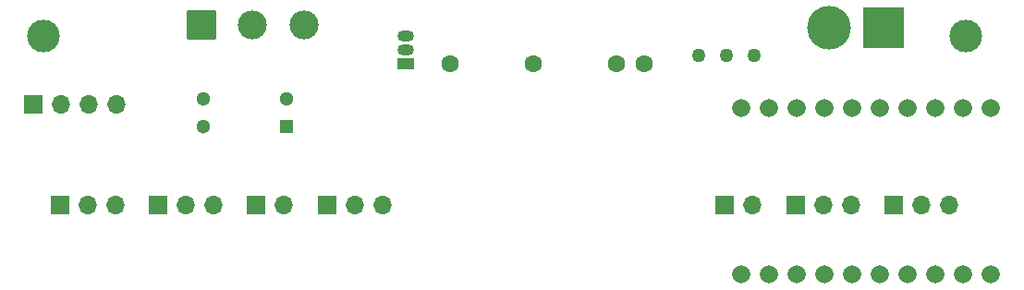
<source format=gbs>
G04 #@! TF.GenerationSoftware,KiCad,Pcbnew,8.0.3*
G04 #@! TF.CreationDate,2025-05-14T17:31:42-04:00*
G04 #@! TF.ProjectId,Sp-I,53702d49-2e6b-4696-9361-645f70636258,rev?*
G04 #@! TF.SameCoordinates,Original*
G04 #@! TF.FileFunction,Soldermask,Bot*
G04 #@! TF.FilePolarity,Negative*
%FSLAX46Y46*%
G04 Gerber Fmt 4.6, Leading zero omitted, Abs format (unit mm)*
G04 Created by KiCad (PCBNEW 8.0.3) date 2025-05-14 17:31:42*
%MOMM*%
%LPD*%
G01*
G04 APERTURE LIST*
G04 Aperture macros list*
%AMRoundRect*
0 Rectangle with rounded corners*
0 $1 Rounding radius*
0 $2 $3 $4 $5 $6 $7 $8 $9 X,Y pos of 4 corners*
0 Add a 4 corners polygon primitive as box body*
4,1,4,$2,$3,$4,$5,$6,$7,$8,$9,$2,$3,0*
0 Add four circle primitives for the rounded corners*
1,1,$1+$1,$2,$3*
1,1,$1+$1,$4,$5*
1,1,$1+$1,$6,$7*
1,1,$1+$1,$8,$9*
0 Add four rect primitives between the rounded corners*
20,1,$1+$1,$2,$3,$4,$5,0*
20,1,$1+$1,$4,$5,$6,$7,0*
20,1,$1+$1,$6,$7,$8,$9,0*
20,1,$1+$1,$8,$9,$2,$3,0*%
G04 Aperture macros list end*
%ADD10C,1.270000*%
%ADD11C,3.000000*%
%ADD12R,1.700000X1.700000*%
%ADD13O,1.700000X1.700000*%
%ADD14C,1.665000*%
%ADD15R,1.300000X1.300000*%
%ADD16C,1.300000*%
%ADD17RoundRect,0.102000X1.225000X-1.225000X1.225000X1.225000X-1.225000X1.225000X-1.225000X-1.225000X0*%
%ADD18C,2.654000*%
%ADD19O,1.500000X1.050000*%
%ADD20R,1.500000X1.050000*%
%ADD21C,1.600200*%
%ADD22C,4.000000*%
%ADD23R,3.800000X3.800000*%
G04 APERTURE END LIST*
D10*
X170394900Y-127028000D03*
X167854900Y-127028000D03*
X165314900Y-127028000D03*
D11*
X189750000Y-125250000D03*
X105250000Y-125250000D03*
D12*
X131250000Y-140750000D03*
D13*
X133790000Y-140750000D03*
X136330000Y-140750000D03*
D12*
X124750000Y-140725000D03*
D13*
X127290000Y-140725000D03*
D12*
X167710000Y-140725000D03*
D13*
X170250000Y-140725000D03*
X188290000Y-140750000D03*
X185750000Y-140750000D03*
D12*
X183210000Y-140750000D03*
D13*
X179250000Y-140750000D03*
X176710000Y-140750000D03*
D12*
X174170000Y-140750000D03*
X115750000Y-140750000D03*
D13*
X118290000Y-140750000D03*
X120830000Y-140750000D03*
D14*
X192040000Y-131800000D03*
X189500000Y-147040000D03*
X189500000Y-131800000D03*
X192040000Y-147040000D03*
X186960000Y-147040000D03*
X184420000Y-147040000D03*
X181880000Y-147040000D03*
X179340000Y-147040000D03*
X176800000Y-147040000D03*
X174260000Y-147040000D03*
X171720000Y-147040000D03*
X169180000Y-147040000D03*
X169180000Y-131800000D03*
X171720000Y-131800000D03*
X174260000Y-131800000D03*
X176800000Y-131800000D03*
X179340000Y-131800000D03*
X181880000Y-131800000D03*
X184420000Y-131800000D03*
X186960000Y-131800000D03*
D15*
X127560000Y-133520000D03*
D16*
X127560000Y-130980000D03*
X119940000Y-130980000D03*
X119940000Y-133520000D03*
D17*
X119750000Y-124250000D03*
D18*
X124450000Y-124250000D03*
X129150000Y-124250000D03*
D19*
X138500000Y-125250000D03*
X138500000Y-126520000D03*
D20*
X138500000Y-127790000D03*
D21*
X142510000Y-127744999D03*
X150130000Y-127744999D03*
X157750000Y-127744999D03*
X160290000Y-127744999D03*
D22*
X177250000Y-124500000D03*
D23*
X182250000Y-124500000D03*
D13*
X112000000Y-131500000D03*
X109460000Y-131500000D03*
X106920000Y-131500000D03*
D12*
X104380000Y-131500000D03*
D13*
X111870000Y-140750000D03*
X109330000Y-140750000D03*
D12*
X106790000Y-140750000D03*
M02*

</source>
